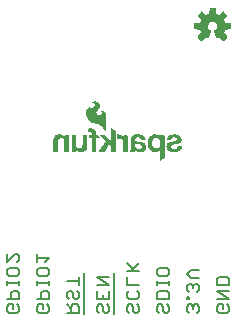
<source format=gbr>
G04 EAGLE Gerber RS-274X export*
G75*
%MOMM*%
%FSLAX34Y34*%
%LPD*%
%INSilkscreen Bottom*%
%IPPOS*%
%AMOC8*
5,1,8,0,0,1.08239X$1,22.5*%
G01*
%ADD10C,0.203200*%

G36*
X203630Y257956D02*
X203630Y257956D01*
X203738Y257966D01*
X203751Y257972D01*
X203765Y257974D01*
X203862Y258022D01*
X203961Y258067D01*
X203974Y258078D01*
X203983Y258082D01*
X203998Y258098D01*
X204075Y258160D01*
X206660Y260745D01*
X206723Y260834D01*
X206789Y260919D01*
X206794Y260932D01*
X206802Y260944D01*
X206833Y261047D01*
X206869Y261150D01*
X206869Y261164D01*
X206873Y261177D01*
X206869Y261285D01*
X206870Y261394D01*
X206865Y261407D01*
X206865Y261421D01*
X206827Y261523D01*
X206792Y261625D01*
X206783Y261640D01*
X206779Y261649D01*
X206765Y261666D01*
X206711Y261748D01*
X203947Y265138D01*
X204504Y266220D01*
X204510Y266240D01*
X204552Y266335D01*
X204923Y267494D01*
X209274Y267937D01*
X209378Y267965D01*
X209484Y267990D01*
X209496Y267997D01*
X209509Y268000D01*
X209599Y268061D01*
X209692Y268118D01*
X209700Y268129D01*
X209712Y268137D01*
X209778Y268223D01*
X209847Y268307D01*
X209851Y268320D01*
X209860Y268331D01*
X209894Y268434D01*
X209933Y268535D01*
X209934Y268553D01*
X209938Y268562D01*
X209938Y268584D01*
X209947Y268682D01*
X209947Y272338D01*
X209930Y272445D01*
X209916Y272553D01*
X209910Y272565D01*
X209908Y272579D01*
X209856Y272675D01*
X209809Y272772D01*
X209799Y272782D01*
X209793Y272794D01*
X209713Y272868D01*
X209637Y272945D01*
X209625Y272951D01*
X209615Y272961D01*
X209516Y273006D01*
X209419Y273054D01*
X209401Y273058D01*
X209392Y273062D01*
X209371Y273064D01*
X209274Y273083D01*
X204923Y273526D01*
X204552Y274685D01*
X204543Y274703D01*
X204541Y274710D01*
X204537Y274717D01*
X204504Y274800D01*
X203947Y275882D01*
X206711Y279272D01*
X206765Y279366D01*
X206822Y279458D01*
X206825Y279471D01*
X206832Y279483D01*
X206853Y279590D01*
X206878Y279695D01*
X206876Y279709D01*
X206879Y279723D01*
X206864Y279830D01*
X206854Y279938D01*
X206848Y279951D01*
X206846Y279965D01*
X206798Y280062D01*
X206753Y280161D01*
X206742Y280174D01*
X206738Y280183D01*
X206722Y280198D01*
X206660Y280275D01*
X204075Y282860D01*
X203986Y282923D01*
X203901Y282989D01*
X203888Y282994D01*
X203876Y283002D01*
X203773Y283033D01*
X203670Y283069D01*
X203656Y283069D01*
X203643Y283073D01*
X203535Y283069D01*
X203426Y283070D01*
X203413Y283065D01*
X203399Y283065D01*
X203297Y283027D01*
X203195Y282992D01*
X203180Y282983D01*
X203171Y282979D01*
X203154Y282965D01*
X203072Y282911D01*
X199682Y280147D01*
X198600Y280704D01*
X198580Y280710D01*
X198485Y280752D01*
X197326Y281123D01*
X196883Y285474D01*
X196855Y285578D01*
X196830Y285684D01*
X196823Y285696D01*
X196820Y285709D01*
X196759Y285799D01*
X196702Y285892D01*
X196691Y285900D01*
X196683Y285912D01*
X196597Y285978D01*
X196513Y286047D01*
X196500Y286051D01*
X196489Y286060D01*
X196386Y286094D01*
X196285Y286133D01*
X196267Y286134D01*
X196258Y286138D01*
X196236Y286138D01*
X196138Y286147D01*
X192482Y286147D01*
X192375Y286130D01*
X192267Y286116D01*
X192255Y286110D01*
X192241Y286108D01*
X192145Y286056D01*
X192048Y286009D01*
X192038Y285999D01*
X192026Y285993D01*
X191952Y285913D01*
X191875Y285837D01*
X191869Y285825D01*
X191859Y285815D01*
X191814Y285716D01*
X191766Y285619D01*
X191762Y285601D01*
X191758Y285592D01*
X191756Y285571D01*
X191737Y285474D01*
X191294Y281123D01*
X190135Y280752D01*
X190117Y280742D01*
X190020Y280704D01*
X188938Y280147D01*
X185548Y282911D01*
X185454Y282965D01*
X185362Y283022D01*
X185349Y283025D01*
X185337Y283032D01*
X185230Y283053D01*
X185125Y283078D01*
X185111Y283076D01*
X185097Y283079D01*
X184990Y283064D01*
X184882Y283054D01*
X184869Y283048D01*
X184856Y283046D01*
X184758Y282998D01*
X184659Y282953D01*
X184646Y282942D01*
X184637Y282938D01*
X184622Y282922D01*
X184545Y282860D01*
X181960Y280275D01*
X181897Y280186D01*
X181831Y280101D01*
X181826Y280088D01*
X181818Y280076D01*
X181787Y279973D01*
X181751Y279870D01*
X181751Y279856D01*
X181747Y279843D01*
X181751Y279735D01*
X181750Y279626D01*
X181755Y279613D01*
X181755Y279599D01*
X181793Y279497D01*
X181828Y279395D01*
X181837Y279380D01*
X181841Y279371D01*
X181855Y279354D01*
X181909Y279272D01*
X184673Y275882D01*
X184116Y274800D01*
X184110Y274780D01*
X184068Y274685D01*
X183697Y273526D01*
X179346Y273083D01*
X179242Y273055D01*
X179136Y273030D01*
X179124Y273023D01*
X179111Y273020D01*
X179021Y272959D01*
X178928Y272902D01*
X178920Y272891D01*
X178908Y272883D01*
X178842Y272797D01*
X178774Y272713D01*
X178769Y272700D01*
X178760Y272689D01*
X178726Y272586D01*
X178687Y272485D01*
X178686Y272467D01*
X178682Y272458D01*
X178683Y272436D01*
X178673Y272338D01*
X178673Y268682D01*
X178690Y268575D01*
X178704Y268467D01*
X178710Y268455D01*
X178712Y268441D01*
X178764Y268345D01*
X178811Y268248D01*
X178821Y268238D01*
X178827Y268226D01*
X178907Y268152D01*
X178983Y268075D01*
X178995Y268069D01*
X179006Y268059D01*
X179104Y268014D01*
X179201Y267966D01*
X179219Y267962D01*
X179228Y267958D01*
X179249Y267956D01*
X179346Y267937D01*
X183697Y267494D01*
X184068Y266335D01*
X184078Y266317D01*
X184116Y266220D01*
X184673Y265138D01*
X181909Y261748D01*
X181855Y261654D01*
X181798Y261562D01*
X181795Y261549D01*
X181788Y261537D01*
X181767Y261430D01*
X181742Y261325D01*
X181744Y261311D01*
X181741Y261297D01*
X181756Y261190D01*
X181766Y261082D01*
X181772Y261069D01*
X181774Y261056D01*
X181822Y260958D01*
X181867Y260859D01*
X181878Y260846D01*
X181882Y260837D01*
X181898Y260822D01*
X181960Y260745D01*
X184545Y258160D01*
X184634Y258097D01*
X184719Y258031D01*
X184732Y258026D01*
X184744Y258018D01*
X184847Y257987D01*
X184950Y257951D01*
X184964Y257951D01*
X184977Y257947D01*
X185085Y257951D01*
X185194Y257950D01*
X185207Y257955D01*
X185221Y257955D01*
X185323Y257993D01*
X185425Y258028D01*
X185440Y258037D01*
X185449Y258041D01*
X185466Y258055D01*
X185548Y258109D01*
X188938Y260873D01*
X190020Y260316D01*
X190073Y260299D01*
X190122Y260273D01*
X190188Y260262D01*
X190252Y260241D01*
X190308Y260242D01*
X190362Y260233D01*
X190429Y260244D01*
X190496Y260245D01*
X190548Y260263D01*
X190603Y260272D01*
X190663Y260304D01*
X190726Y260327D01*
X190769Y260361D01*
X190819Y260387D01*
X190865Y260436D01*
X190917Y260478D01*
X190948Y260525D01*
X190986Y260565D01*
X191042Y260670D01*
X191050Y260683D01*
X191051Y260688D01*
X191055Y260695D01*
X193208Y265892D01*
X193228Y265975D01*
X193233Y265988D01*
X193235Y266004D01*
X193260Y266089D01*
X193259Y266110D01*
X193264Y266130D01*
X193256Y266212D01*
X193257Y266231D01*
X193253Y266251D01*
X193249Y266332D01*
X193242Y266352D01*
X193240Y266373D01*
X193208Y266442D01*
X193202Y266469D01*
X193187Y266493D01*
X193161Y266560D01*
X193148Y266576D01*
X193139Y266595D01*
X193094Y266644D01*
X193074Y266676D01*
X193043Y266701D01*
X193005Y266747D01*
X192982Y266763D01*
X192972Y266773D01*
X192951Y266785D01*
X192886Y266830D01*
X192885Y266831D01*
X192884Y266832D01*
X191985Y267338D01*
X191298Y267982D01*
X190783Y268770D01*
X190471Y269658D01*
X190379Y270595D01*
X190512Y271527D01*
X190863Y272401D01*
X191412Y273166D01*
X192126Y273779D01*
X192966Y274204D01*
X193883Y274418D01*
X194824Y274408D01*
X195736Y274174D01*
X196566Y273731D01*
X197267Y273102D01*
X197799Y272325D01*
X198130Y271444D01*
X198243Y270509D01*
X198135Y269592D01*
X197815Y268724D01*
X197301Y267955D01*
X196622Y267328D01*
X195738Y266833D01*
X195696Y266800D01*
X195654Y266777D01*
X195623Y266744D01*
X195575Y266709D01*
X195563Y266693D01*
X195547Y266680D01*
X195512Y266625D01*
X195487Y266599D01*
X195474Y266569D01*
X195432Y266511D01*
X195426Y266492D01*
X195416Y266475D01*
X195397Y266400D01*
X195387Y266377D01*
X195384Y266353D01*
X195361Y266278D01*
X195362Y266258D01*
X195357Y266238D01*
X195364Y266152D01*
X195363Y266134D01*
X195366Y266118D01*
X195369Y266034D01*
X195377Y266009D01*
X195378Y265995D01*
X195388Y265973D01*
X195412Y265892D01*
X196341Y263649D01*
X196341Y263648D01*
X197272Y261401D01*
X197273Y261401D01*
X197565Y260695D01*
X197594Y260648D01*
X197615Y260596D01*
X197658Y260545D01*
X197694Y260488D01*
X197737Y260453D01*
X197773Y260410D01*
X197830Y260376D01*
X197882Y260333D01*
X197934Y260314D01*
X197982Y260285D01*
X198048Y260271D01*
X198111Y260247D01*
X198166Y260245D01*
X198220Y260234D01*
X198287Y260241D01*
X198354Y260239D01*
X198408Y260255D01*
X198463Y260262D01*
X198574Y260306D01*
X198588Y260310D01*
X198592Y260313D01*
X198600Y260316D01*
X199682Y260873D01*
X203072Y258109D01*
X203166Y258055D01*
X203258Y257998D01*
X203271Y257995D01*
X203283Y257988D01*
X203390Y257967D01*
X203495Y257942D01*
X203509Y257944D01*
X203523Y257941D01*
X203630Y257956D01*
G37*
G36*
X104125Y181439D02*
X104125Y181439D01*
X104125Y181440D01*
X104125Y194240D01*
X104125Y194241D01*
X103925Y196041D01*
X103924Y196041D01*
X103925Y196042D01*
X103725Y196642D01*
X103724Y196642D01*
X103424Y197242D01*
X103424Y197243D01*
X103124Y197743D01*
X103123Y197743D01*
X103123Y197744D01*
X102623Y198044D01*
X102223Y198344D01*
X102222Y198344D01*
X102222Y198345D01*
X101222Y198745D01*
X101221Y198744D01*
X101221Y198745D01*
X100621Y198845D01*
X100620Y198845D01*
X99820Y198845D01*
X99819Y198844D01*
X99819Y198845D01*
X99419Y198745D01*
X99220Y198745D01*
X99219Y198744D01*
X99218Y198744D01*
X99018Y198644D01*
X99017Y198644D01*
X99017Y198642D01*
X99015Y198638D01*
X99017Y198638D01*
X99016Y198636D01*
X99116Y198536D01*
X99118Y198536D01*
X99518Y198336D01*
X99518Y198335D01*
X99817Y198236D01*
X100016Y198036D01*
X100216Y197837D01*
X100416Y197538D01*
X100515Y197239D01*
X100515Y196941D01*
X100415Y196642D01*
X100216Y196243D01*
X99917Y195944D01*
X99618Y195744D01*
X99119Y195545D01*
X98620Y195445D01*
X97821Y195445D01*
X97022Y195645D01*
X96423Y196044D01*
X96024Y196543D01*
X95825Y197141D01*
X95825Y197839D01*
X96124Y198537D01*
X96824Y199337D01*
X97624Y200237D01*
X98324Y201037D01*
X98324Y201038D01*
X98824Y201938D01*
X98824Y201939D01*
X98825Y201939D01*
X99025Y202839D01*
X99025Y202840D01*
X99025Y203640D01*
X99024Y203641D01*
X99025Y203642D01*
X98725Y204542D01*
X98724Y204542D01*
X98724Y204543D01*
X98224Y205243D01*
X98223Y205243D01*
X98223Y205244D01*
X97323Y206044D01*
X97322Y206044D01*
X96222Y206644D01*
X96221Y206644D01*
X96221Y206645D01*
X95121Y206845D01*
X95120Y206845D01*
X94120Y206845D01*
X94119Y206844D01*
X94118Y206845D01*
X93218Y206545D01*
X92418Y206245D01*
X92418Y206244D01*
X91818Y205944D01*
X91817Y205944D01*
X91417Y205644D01*
X91416Y205644D01*
X91316Y205544D01*
X91316Y205542D01*
X91315Y205541D01*
X91316Y205539D01*
X91316Y205537D01*
X91318Y205537D01*
X91320Y205535D01*
X91620Y205535D01*
X91621Y205536D01*
X91622Y205535D01*
X91921Y205635D01*
X92219Y205635D01*
X92619Y205535D01*
X93118Y205435D01*
X93517Y205236D01*
X93916Y204937D01*
X94116Y204638D01*
X94215Y204338D01*
X94216Y204338D01*
X94315Y204138D01*
X94415Y203840D01*
X94315Y203542D01*
X94315Y203541D01*
X94215Y203142D01*
X94016Y202843D01*
X94016Y202842D01*
X93816Y202443D01*
X93517Y202144D01*
X93217Y201944D01*
X92817Y201644D01*
X92518Y201444D01*
X91719Y201045D01*
X91021Y201045D01*
X90722Y201145D01*
X90424Y201343D01*
X90325Y201642D01*
X90225Y201941D01*
X90225Y202740D01*
X90224Y202741D01*
X90225Y202742D01*
X90223Y202742D01*
X90221Y202745D01*
X90219Y202744D01*
X90218Y202744D01*
X89418Y202344D01*
X89417Y202343D01*
X89416Y202343D01*
X88616Y201443D01*
X87916Y200243D01*
X87916Y200242D01*
X87915Y200242D01*
X87415Y198842D01*
X87415Y198841D01*
X87115Y197241D01*
X87116Y197240D01*
X87115Y197240D01*
X87215Y195440D01*
X87216Y195439D01*
X87215Y195439D01*
X87715Y193639D01*
X87716Y193638D01*
X88716Y191838D01*
X88716Y191837D01*
X89416Y190937D01*
X89417Y190937D01*
X89416Y190936D01*
X90216Y190136D01*
X90217Y190136D01*
X91017Y189436D01*
X92017Y188836D01*
X92018Y188836D01*
X92018Y188835D01*
X93018Y188435D01*
X93019Y188436D01*
X93019Y188435D01*
X94119Y188135D01*
X95319Y187935D01*
X95320Y187935D01*
X97220Y187935D01*
X97818Y187835D01*
X98317Y187536D01*
X98817Y187136D01*
X99317Y186736D01*
X99816Y186137D01*
X99817Y186137D01*
X99816Y186136D01*
X100416Y185536D01*
X101116Y184837D01*
X101616Y184137D01*
X101617Y184137D01*
X101616Y184136D01*
X102216Y183537D01*
X102716Y182937D01*
X102717Y182937D01*
X102716Y182936D01*
X103216Y182437D01*
X103516Y182037D01*
X103517Y182037D01*
X103516Y182036D01*
X103816Y181737D01*
X104016Y181437D01*
X104019Y181436D01*
X104020Y181435D01*
X104120Y181435D01*
X104125Y181439D01*
G37*
G36*
X149821Y155937D02*
X149821Y155937D01*
X149824Y155936D01*
X150723Y156836D01*
X152223Y158036D01*
X152223Y158037D01*
X152224Y158036D01*
X153123Y158936D01*
X153623Y159336D01*
X153624Y159339D01*
X153625Y159340D01*
X153625Y177840D01*
X153622Y177843D01*
X153621Y177845D01*
X153221Y177945D01*
X152721Y178045D01*
X152720Y178045D01*
X152221Y178045D01*
X151821Y178145D01*
X151321Y178245D01*
X150921Y178345D01*
X149921Y178545D01*
X149920Y178544D01*
X149915Y178542D01*
X149916Y178541D01*
X149915Y178540D01*
X149915Y176754D01*
X149524Y177243D01*
X149524Y177244D01*
X149124Y177644D01*
X149123Y177644D01*
X148623Y178044D01*
X147623Y178644D01*
X147621Y178644D01*
X147621Y178645D01*
X146421Y178845D01*
X146420Y178845D01*
X145720Y178845D01*
X145660Y178841D01*
X145585Y178836D01*
X145511Y178831D01*
X145510Y178831D01*
X145436Y178826D01*
X145362Y178821D01*
X145361Y178821D01*
X145287Y178816D01*
X145212Y178811D01*
X145138Y178806D01*
X145063Y178801D01*
X144989Y178796D01*
X144914Y178791D01*
X144840Y178786D01*
X144765Y178781D01*
X144691Y178776D01*
X144616Y178771D01*
X144542Y178766D01*
X144467Y178761D01*
X144393Y178757D01*
X144318Y178752D01*
X144244Y178747D01*
X144243Y178747D01*
X144220Y178745D01*
X144219Y178744D01*
X144218Y178745D01*
X142818Y178245D01*
X142818Y178244D01*
X142817Y178244D01*
X141717Y177544D01*
X141717Y177543D01*
X141716Y177543D01*
X140816Y176543D01*
X140116Y175443D01*
X140116Y175442D01*
X140115Y175441D01*
X139715Y174141D01*
X139415Y172741D01*
X139415Y172740D01*
X139315Y171240D01*
X139415Y169840D01*
X139415Y169839D01*
X139715Y168539D01*
X139716Y168539D01*
X139715Y168538D01*
X140215Y167338D01*
X140216Y167338D01*
X140816Y166238D01*
X140817Y166237D01*
X140816Y166236D01*
X141716Y165336D01*
X141717Y165336D01*
X142817Y164536D01*
X142818Y164536D01*
X142818Y164535D01*
X144018Y164135D01*
X144019Y164136D01*
X144019Y164135D01*
X145519Y163935D01*
X145520Y163936D01*
X145521Y163935D01*
X147321Y164235D01*
X147321Y164236D01*
X147322Y164236D01*
X147922Y164536D01*
X147923Y164536D01*
X148923Y165136D01*
X148923Y165137D01*
X148924Y165137D01*
X149324Y165637D01*
X149722Y166135D01*
X149815Y166135D01*
X149815Y155940D01*
X149816Y155939D01*
X149816Y155937D01*
X149818Y155937D01*
X149819Y155935D01*
X149821Y155937D01*
G37*
G36*
X133821Y163935D02*
X133821Y163935D01*
X134321Y164035D01*
X134820Y164035D01*
X134821Y164036D01*
X134821Y164035D01*
X135221Y164135D01*
X135222Y164136D01*
X135222Y164135D01*
X135722Y164335D01*
X135722Y164336D01*
X136122Y164536D01*
X136123Y164536D01*
X136422Y164736D01*
X136822Y164936D01*
X136823Y164937D01*
X136824Y164936D01*
X137124Y165236D01*
X137124Y165237D01*
X137324Y165537D01*
X137624Y165937D01*
X137824Y166237D01*
X137824Y166239D01*
X137825Y166239D01*
X137925Y166738D01*
X138124Y167138D01*
X138124Y167139D01*
X138125Y167139D01*
X138125Y167140D01*
X138125Y167640D01*
X138225Y168139D01*
X138224Y168140D01*
X138225Y168141D01*
X138025Y169241D01*
X138025Y169242D01*
X137725Y170142D01*
X137724Y170142D01*
X137324Y170842D01*
X137323Y170843D01*
X137323Y170844D01*
X136623Y171444D01*
X136622Y171444D01*
X135922Y171844D01*
X135922Y171845D01*
X135122Y172145D01*
X135121Y172145D01*
X134321Y172345D01*
X131621Y172645D01*
X130921Y172745D01*
X130221Y172945D01*
X129622Y173145D01*
X129123Y173444D01*
X128825Y173842D01*
X128825Y174939D01*
X129124Y175537D01*
X129224Y175636D01*
X129224Y175638D01*
X129324Y175836D01*
X129921Y176135D01*
X130120Y176135D01*
X130121Y176136D01*
X130122Y176136D01*
X130321Y176235D01*
X132119Y176235D01*
X133117Y175736D01*
X133516Y175337D01*
X133615Y175138D01*
X133715Y174838D01*
X133716Y174838D01*
X133815Y174639D01*
X133815Y174140D01*
X133819Y174135D01*
X133820Y174135D01*
X137720Y174135D01*
X137721Y174136D01*
X137725Y174139D01*
X137724Y174140D01*
X137725Y174140D01*
X137725Y174141D01*
X137525Y175341D01*
X137524Y175341D01*
X137525Y175342D01*
X137325Y175942D01*
X137324Y175942D01*
X137324Y175943D01*
X137024Y176343D01*
X136724Y176843D01*
X136424Y177243D01*
X136423Y177243D01*
X136423Y177244D01*
X136023Y177544D01*
X135023Y178144D01*
X135022Y178144D01*
X135022Y178145D01*
X134522Y178345D01*
X134521Y178344D01*
X134521Y178345D01*
X134021Y178445D01*
X133422Y178645D01*
X133421Y178645D01*
X132821Y178745D01*
X132321Y178845D01*
X132320Y178845D01*
X130020Y178845D01*
X130019Y178845D01*
X129520Y178745D01*
X128920Y178745D01*
X128919Y178745D01*
X128419Y178645D01*
X128419Y178644D01*
X128418Y178645D01*
X127919Y178445D01*
X127419Y178345D01*
X127419Y178344D01*
X127418Y178345D01*
X126918Y178145D01*
X126918Y178144D01*
X126917Y178144D01*
X125717Y177244D01*
X125717Y177243D01*
X125716Y177243D01*
X125416Y176843D01*
X125416Y176842D01*
X125216Y176442D01*
X125215Y176442D01*
X125015Y175942D01*
X125016Y175941D01*
X125015Y175941D01*
X124915Y175441D01*
X124915Y175440D01*
X124915Y166741D01*
X124816Y166542D01*
X124816Y166541D01*
X124815Y166540D01*
X124815Y165641D01*
X124716Y165442D01*
X124715Y165441D01*
X124716Y165441D01*
X124715Y165440D01*
X124715Y165241D01*
X124616Y165042D01*
X124616Y165041D01*
X124615Y165040D01*
X124615Y164741D01*
X124516Y164543D01*
X124416Y164444D01*
X124416Y164441D01*
X124415Y164440D01*
X124415Y164340D01*
X124419Y164335D01*
X124420Y164335D01*
X128320Y164335D01*
X128325Y164339D01*
X128325Y164340D01*
X128325Y164438D01*
X128424Y164536D01*
X128424Y164539D01*
X128425Y164540D01*
X128425Y164638D01*
X128524Y164736D01*
X128524Y164738D01*
X128525Y164739D01*
X128525Y164740D01*
X128525Y165038D01*
X128624Y165136D01*
X128624Y165139D01*
X128625Y165140D01*
X128625Y165724D01*
X128816Y165437D01*
X128817Y165437D01*
X128817Y165436D01*
X129117Y165236D01*
X129316Y165036D01*
X129317Y165036D01*
X129617Y164836D01*
X129618Y164836D01*
X129618Y164835D01*
X129918Y164736D01*
X130217Y164536D01*
X130218Y164536D01*
X130218Y164535D01*
X131418Y164135D01*
X131419Y164136D01*
X131420Y164135D01*
X131719Y164135D01*
X132018Y164035D01*
X132019Y164036D01*
X132020Y164035D01*
X132419Y164035D01*
X132718Y163935D01*
X132719Y163936D01*
X132720Y163935D01*
X133820Y163935D01*
X133821Y163935D01*
G37*
G36*
X102822Y164337D02*
X102822Y164337D01*
X102824Y164337D01*
X106721Y170632D01*
X108215Y169238D01*
X108215Y164340D01*
X108219Y164335D01*
X108220Y164335D01*
X112120Y164335D01*
X112125Y164339D01*
X112125Y164340D01*
X112125Y181740D01*
X112123Y181742D01*
X112122Y181744D01*
X108222Y183844D01*
X108221Y183844D01*
X108221Y183845D01*
X108219Y183844D01*
X108216Y183843D01*
X108216Y183841D01*
X108215Y183840D01*
X108215Y173452D01*
X103324Y178543D01*
X103321Y178544D01*
X103320Y178545D01*
X98720Y178545D01*
X98719Y178544D01*
X98717Y178544D01*
X98717Y178542D01*
X98715Y178541D01*
X98717Y178539D01*
X98717Y178536D01*
X104014Y173339D01*
X98116Y164343D01*
X98116Y164341D01*
X98115Y164341D01*
X98116Y164339D01*
X98117Y164336D01*
X98119Y164337D01*
X98120Y164335D01*
X102820Y164335D01*
X102822Y164337D01*
G37*
G36*
X63325Y164339D02*
X63325Y164339D01*
X63325Y164340D01*
X63325Y172340D01*
X63425Y173139D01*
X63525Y173839D01*
X63625Y174438D01*
X63924Y174937D01*
X64223Y175336D01*
X64722Y175635D01*
X65221Y175735D01*
X65820Y175835D01*
X66619Y175735D01*
X67218Y175635D01*
X67717Y175336D01*
X68116Y174837D01*
X68416Y174338D01*
X68715Y173639D01*
X68815Y172739D01*
X68815Y164340D01*
X68819Y164335D01*
X68820Y164335D01*
X72720Y164335D01*
X72725Y164339D01*
X72725Y164340D01*
X72725Y178540D01*
X72721Y178545D01*
X72720Y178545D01*
X69020Y178545D01*
X69015Y178541D01*
X69015Y178540D01*
X69015Y176545D01*
X68923Y176545D01*
X68524Y177143D01*
X68524Y177144D01*
X68124Y177544D01*
X68123Y177544D01*
X67623Y177944D01*
X67023Y178344D01*
X67022Y178344D01*
X67022Y178345D01*
X65822Y178745D01*
X65821Y178745D01*
X65221Y178845D01*
X65220Y178845D01*
X64620Y178845D01*
X64603Y178844D01*
X64533Y178839D01*
X64464Y178834D01*
X64394Y178829D01*
X64325Y178824D01*
X64255Y178819D01*
X64186Y178814D01*
X64116Y178809D01*
X64047Y178804D01*
X64046Y178804D01*
X63977Y178799D01*
X63907Y178794D01*
X63838Y178789D01*
X63768Y178784D01*
X63699Y178779D01*
X63629Y178774D01*
X63560Y178769D01*
X63490Y178764D01*
X63420Y178759D01*
X63351Y178754D01*
X63281Y178749D01*
X63220Y178745D01*
X63219Y178745D01*
X62119Y178445D01*
X62118Y178444D01*
X61218Y177944D01*
X61217Y177943D01*
X61216Y177944D01*
X60516Y177244D01*
X60516Y177243D01*
X60016Y176443D01*
X60016Y176442D01*
X60015Y176441D01*
X59715Y175441D01*
X59515Y174341D01*
X59515Y174340D01*
X59415Y173040D01*
X59415Y164340D01*
X59419Y164335D01*
X59420Y164335D01*
X63320Y164335D01*
X63325Y164339D01*
G37*
G36*
X84320Y164035D02*
X84320Y164035D01*
X84321Y164036D01*
X84322Y164035D01*
X85422Y164435D01*
X85422Y164436D01*
X86322Y164936D01*
X86323Y164936D01*
X87023Y165536D01*
X87023Y165537D01*
X87024Y165538D01*
X87524Y166438D01*
X87525Y166439D01*
X87825Y167439D01*
X88025Y168539D01*
X88025Y168540D01*
X88025Y178540D01*
X88021Y178545D01*
X88020Y178545D01*
X84220Y178545D01*
X84215Y178541D01*
X84215Y178540D01*
X84215Y170540D01*
X84015Y168941D01*
X83915Y168342D01*
X83616Y167943D01*
X83317Y167544D01*
X82818Y167245D01*
X82319Y167145D01*
X81720Y167045D01*
X80921Y167145D01*
X80322Y167245D01*
X79823Y167544D01*
X79424Y167943D01*
X79125Y168542D01*
X78825Y169241D01*
X78725Y170040D01*
X78725Y178540D01*
X78721Y178545D01*
X78720Y178545D01*
X74820Y178545D01*
X74815Y178541D01*
X74815Y178540D01*
X74815Y164340D01*
X74819Y164335D01*
X74820Y164335D01*
X78520Y164335D01*
X78525Y164339D01*
X78525Y164340D01*
X78525Y166335D01*
X78617Y166335D01*
X79016Y165737D01*
X79416Y165237D01*
X79417Y165237D01*
X79417Y165236D01*
X79917Y164836D01*
X79918Y164836D01*
X80518Y164536D01*
X80518Y164535D01*
X81018Y164335D01*
X81618Y164135D01*
X81619Y164136D01*
X81619Y164135D01*
X82319Y164035D01*
X82919Y163935D01*
X82920Y163936D01*
X82920Y163935D01*
X84320Y164035D01*
G37*
G36*
X162920Y164035D02*
X162920Y164035D01*
X162921Y164035D01*
X164121Y164235D01*
X165221Y164535D01*
X165222Y164536D01*
X166222Y165036D01*
X166223Y165036D01*
X167023Y165736D01*
X167023Y165737D01*
X167024Y165737D01*
X167724Y166637D01*
X167724Y166638D01*
X167725Y166638D01*
X168125Y167638D01*
X168124Y167639D01*
X168125Y167639D01*
X168325Y168939D01*
X168325Y168940D01*
X168321Y168945D01*
X168321Y168944D01*
X168320Y168945D01*
X164620Y168945D01*
X164615Y168941D01*
X164615Y168940D01*
X164615Y168341D01*
X164416Y167843D01*
X164116Y167444D01*
X163717Y167144D01*
X163318Y166845D01*
X162719Y166745D01*
X162219Y166645D01*
X161620Y166545D01*
X161221Y166645D01*
X161220Y166644D01*
X161220Y166645D01*
X160821Y166645D01*
X160422Y166745D01*
X160023Y166944D01*
X159623Y167244D01*
X159325Y167543D01*
X159225Y167941D01*
X159125Y168340D01*
X159225Y168738D01*
X159424Y169137D01*
X159823Y169436D01*
X160322Y169735D01*
X160921Y169935D01*
X162521Y170335D01*
X163521Y170535D01*
X164421Y170735D01*
X164421Y170736D01*
X164422Y170735D01*
X165222Y171035D01*
X165922Y171335D01*
X165922Y171336D01*
X166622Y171736D01*
X166623Y171736D01*
X167223Y172136D01*
X167223Y172137D01*
X167224Y172137D01*
X167624Y172737D01*
X167624Y172738D01*
X167625Y172738D01*
X167925Y173438D01*
X167924Y173439D01*
X167925Y173439D01*
X168025Y174339D01*
X168025Y174340D01*
X167925Y175540D01*
X167924Y175541D01*
X167925Y175542D01*
X167525Y176542D01*
X167524Y176542D01*
X167524Y176543D01*
X166824Y177343D01*
X166823Y177343D01*
X166823Y177344D01*
X166123Y177944D01*
X166122Y177944D01*
X165122Y178444D01*
X165121Y178444D01*
X165121Y178445D01*
X164121Y178645D01*
X163021Y178845D01*
X163020Y178845D01*
X160720Y178845D01*
X160719Y178845D01*
X159619Y178645D01*
X158619Y178345D01*
X158618Y178344D01*
X158618Y178345D01*
X157718Y177945D01*
X157718Y177944D01*
X157717Y177944D01*
X156917Y177344D01*
X156917Y177343D01*
X156916Y177343D01*
X156316Y176543D01*
X156316Y176542D01*
X155816Y175542D01*
X155816Y175541D01*
X155815Y175541D01*
X155615Y174341D01*
X155616Y174340D01*
X155619Y174335D01*
X155619Y174336D01*
X155620Y174335D01*
X159320Y174335D01*
X159324Y174338D01*
X159325Y174339D01*
X159425Y174839D01*
X159624Y175338D01*
X159824Y175636D01*
X160122Y175836D01*
X160522Y176036D01*
X161021Y176235D01*
X162719Y176235D01*
X163018Y176135D01*
X163019Y176135D01*
X163419Y176035D01*
X163717Y175936D01*
X164115Y175338D01*
X164115Y174941D01*
X164015Y174542D01*
X163716Y174144D01*
X163317Y173844D01*
X162718Y173545D01*
X162119Y173345D01*
X161319Y173245D01*
X158919Y172645D01*
X158019Y172445D01*
X158018Y172444D01*
X156618Y171644D01*
X156617Y171644D01*
X156017Y171144D01*
X156017Y171143D01*
X156016Y171143D01*
X155616Y170543D01*
X155616Y170542D01*
X155615Y170542D01*
X155315Y169842D01*
X155316Y169841D01*
X155315Y169841D01*
X155215Y168941D01*
X155216Y168940D01*
X155215Y168939D01*
X155415Y167639D01*
X155416Y167639D01*
X155415Y167638D01*
X155815Y166538D01*
X155816Y166538D01*
X155816Y166537D01*
X156416Y165737D01*
X156417Y165737D01*
X156417Y165736D01*
X157217Y165036D01*
X157218Y165036D01*
X158218Y164536D01*
X158219Y164535D01*
X159319Y164235D01*
X160519Y164035D01*
X160520Y164035D01*
X161720Y163935D01*
X162920Y164035D01*
G37*
G36*
X95725Y164339D02*
X95725Y164339D01*
X95725Y164340D01*
X95725Y175935D01*
X99620Y175935D01*
X99622Y175936D01*
X99624Y175937D01*
X99623Y175938D01*
X99625Y175939D01*
X99623Y175941D01*
X99623Y175944D01*
X99223Y176244D01*
X97624Y177844D01*
X97623Y177844D01*
X97224Y178144D01*
X96924Y178543D01*
X96921Y178544D01*
X96920Y178545D01*
X95725Y178545D01*
X95725Y180540D01*
X95724Y180541D01*
X95725Y180542D01*
X95425Y181342D01*
X95125Y182042D01*
X95124Y182042D01*
X95124Y182043D01*
X94624Y182643D01*
X94623Y182643D01*
X94623Y182644D01*
X93923Y183144D01*
X93922Y183144D01*
X93122Y183544D01*
X93121Y183545D01*
X92121Y183845D01*
X92121Y183844D01*
X92120Y183845D01*
X89220Y183845D01*
X89219Y183844D01*
X89218Y183844D01*
X89018Y183744D01*
X89017Y183741D01*
X89015Y183740D01*
X89015Y180940D01*
X89019Y180935D01*
X89020Y180935D01*
X90719Y180935D01*
X91118Y180835D01*
X91517Y180636D01*
X91716Y180338D01*
X91815Y180139D01*
X91815Y179740D01*
X91816Y179739D01*
X91815Y179739D01*
X91915Y179339D01*
X91915Y178545D01*
X89220Y178545D01*
X89215Y178541D01*
X89215Y178540D01*
X89215Y175940D01*
X89219Y175935D01*
X89220Y175935D01*
X91915Y175935D01*
X91915Y164340D01*
X91919Y164335D01*
X91920Y164335D01*
X95720Y164335D01*
X95725Y164339D01*
G37*
G36*
X122725Y164339D02*
X122725Y164339D01*
X122725Y164340D01*
X122725Y177840D01*
X122722Y177844D01*
X122721Y177845D01*
X122221Y177945D01*
X121821Y178045D01*
X121820Y178044D01*
X121820Y178045D01*
X121320Y178045D01*
X120821Y178145D01*
X120421Y178245D01*
X119921Y178345D01*
X119421Y178445D01*
X119021Y178545D01*
X119020Y178544D01*
X119015Y178542D01*
X119016Y178541D01*
X119015Y178540D01*
X119015Y175859D01*
X118624Y176542D01*
X118624Y176543D01*
X118224Y177043D01*
X117724Y177643D01*
X117723Y177643D01*
X117723Y177644D01*
X117223Y178044D01*
X117222Y178044D01*
X116522Y178444D01*
X116522Y178445D01*
X115922Y178645D01*
X115921Y178645D01*
X115221Y178845D01*
X115221Y178844D01*
X115220Y178845D01*
X113820Y178845D01*
X113818Y178843D01*
X113816Y178844D01*
X113718Y178745D01*
X113620Y178745D01*
X113615Y178741D01*
X113615Y178740D01*
X113615Y175140D01*
X113619Y175135D01*
X113620Y175135D01*
X113720Y175135D01*
X113721Y175136D01*
X113722Y175136D01*
X113921Y175235D01*
X115020Y175235D01*
X116019Y175135D01*
X116818Y174935D01*
X117517Y174536D01*
X118016Y173937D01*
X118415Y173238D01*
X118615Y172539D01*
X118815Y171639D01*
X118815Y164340D01*
X118819Y164335D01*
X118820Y164335D01*
X122720Y164335D01*
X122725Y164339D01*
G37*
%LPC*%
G36*
X145721Y167045D02*
X145721Y167045D01*
X144922Y167245D01*
X144324Y167744D01*
X143924Y168243D01*
X143625Y168942D01*
X143325Y169741D01*
X143225Y170540D01*
X143225Y172240D01*
X143325Y173039D01*
X143625Y173838D01*
X143924Y174537D01*
X144423Y175136D01*
X145022Y175536D01*
X145721Y175835D01*
X146620Y175935D01*
X147419Y175835D01*
X148217Y175536D01*
X148717Y175136D01*
X149216Y174537D01*
X149515Y173838D01*
X149815Y173039D01*
X149915Y172240D01*
X149915Y170541D01*
X149715Y169741D01*
X149515Y168942D01*
X149216Y168243D01*
X148717Y167744D01*
X148118Y167244D01*
X147419Y167045D01*
X146520Y166945D01*
X145721Y167045D01*
G37*
%LPD*%
%LPC*%
G36*
X131920Y166545D02*
X131920Y166545D01*
X131421Y166645D01*
X131420Y166645D01*
X130921Y166645D01*
X130522Y166844D01*
X130521Y166845D01*
X130122Y166945D01*
X129823Y167144D01*
X129624Y167343D01*
X129424Y167643D01*
X129424Y167644D01*
X129224Y167843D01*
X129125Y168142D01*
X129025Y168442D01*
X129024Y168442D01*
X128925Y168642D01*
X128825Y168941D01*
X128825Y171228D01*
X129016Y171036D01*
X129019Y171036D01*
X129020Y171035D01*
X129219Y171035D01*
X129618Y170836D01*
X129619Y170836D01*
X129620Y170835D01*
X129819Y170835D01*
X130018Y170736D01*
X130019Y170736D01*
X130020Y170735D01*
X130419Y170735D01*
X130618Y170636D01*
X130619Y170636D01*
X130620Y170635D01*
X130819Y170635D01*
X131118Y170535D01*
X131119Y170536D01*
X131120Y170535D01*
X131519Y170535D01*
X131818Y170435D01*
X131819Y170436D01*
X131820Y170435D01*
X132219Y170435D01*
X132418Y170336D01*
X132419Y170336D01*
X132420Y170335D01*
X132619Y170335D01*
X132918Y170235D01*
X133117Y170136D01*
X133216Y170036D01*
X133218Y170036D01*
X133617Y169836D01*
X133716Y169736D01*
X133718Y169736D01*
X133916Y169636D01*
X134215Y169039D01*
X134215Y168840D01*
X134216Y168839D01*
X134216Y168838D01*
X134315Y168639D01*
X134315Y168141D01*
X134215Y167842D01*
X134215Y167841D01*
X134216Y167841D01*
X134215Y167840D01*
X134215Y167641D01*
X134116Y167443D01*
X134016Y167344D01*
X134016Y167342D01*
X133916Y167144D01*
X133718Y167044D01*
X133717Y167043D01*
X133716Y167044D01*
X133617Y166944D01*
X133219Y166745D01*
X133020Y166745D01*
X133019Y166744D01*
X133018Y166744D01*
X132819Y166645D01*
X132620Y166645D01*
X132619Y166644D01*
X132618Y166644D01*
X132419Y166545D01*
X131920Y166545D01*
G37*
%LPD*%
D10*
X181364Y27686D02*
X183143Y29466D01*
X183143Y33025D01*
X181364Y34804D01*
X179584Y34804D01*
X177805Y33025D01*
X177805Y31245D01*
X177805Y33025D02*
X176025Y34804D01*
X174246Y34804D01*
X172466Y33025D01*
X172466Y29466D01*
X174246Y27686D01*
X174246Y39380D02*
X172466Y39380D01*
X174246Y39380D02*
X174246Y41159D01*
X172466Y41159D01*
X172466Y39380D01*
X181364Y45227D02*
X183143Y47006D01*
X183143Y50566D01*
X181364Y52345D01*
X179584Y52345D01*
X177805Y50566D01*
X177805Y48786D01*
X177805Y50566D02*
X176025Y52345D01*
X174246Y52345D01*
X172466Y50566D01*
X172466Y47006D01*
X174246Y45227D01*
X176025Y56921D02*
X183143Y56921D01*
X176025Y56921D02*
X172466Y60480D01*
X176025Y64039D01*
X183143Y64039D01*
X206764Y34804D02*
X208543Y33025D01*
X208543Y29466D01*
X206764Y27686D01*
X199646Y27686D01*
X197866Y29466D01*
X197866Y33025D01*
X199646Y34804D01*
X203205Y34804D01*
X203205Y31245D01*
X208543Y39380D02*
X197866Y39380D01*
X197866Y46498D02*
X208543Y39380D01*
X208543Y46498D02*
X197866Y46498D01*
X197866Y51074D02*
X208543Y51074D01*
X197866Y51074D02*
X197866Y56413D01*
X199646Y58192D01*
X206764Y58192D01*
X208543Y56413D01*
X208543Y51074D01*
X157743Y33025D02*
X155964Y34804D01*
X157743Y33025D02*
X157743Y29466D01*
X155964Y27686D01*
X154184Y27686D01*
X152405Y29466D01*
X152405Y33025D01*
X150625Y34804D01*
X148846Y34804D01*
X147066Y33025D01*
X147066Y29466D01*
X148846Y27686D01*
X147066Y39380D02*
X157743Y39380D01*
X147066Y39380D02*
X147066Y44719D01*
X148846Y46498D01*
X155964Y46498D01*
X157743Y44719D01*
X157743Y39380D01*
X147066Y51074D02*
X147066Y54633D01*
X147066Y52853D02*
X157743Y52853D01*
X157743Y51074D02*
X157743Y54633D01*
X157743Y60649D02*
X157743Y64208D01*
X157743Y60649D02*
X155964Y58870D01*
X148846Y58870D01*
X147066Y60649D01*
X147066Y64208D01*
X148846Y65988D01*
X155964Y65988D01*
X157743Y64208D01*
X130564Y34804D02*
X132343Y33025D01*
X132343Y29466D01*
X130564Y27686D01*
X128784Y27686D01*
X127005Y29466D01*
X127005Y33025D01*
X125225Y34804D01*
X123446Y34804D01*
X121666Y33025D01*
X121666Y29466D01*
X123446Y27686D01*
X132343Y44719D02*
X130564Y46498D01*
X132343Y44719D02*
X132343Y41159D01*
X130564Y39380D01*
X123446Y39380D01*
X121666Y41159D01*
X121666Y44719D01*
X123446Y46498D01*
X121666Y51074D02*
X132343Y51074D01*
X121666Y51074D02*
X121666Y58192D01*
X121666Y62768D02*
X132343Y62768D01*
X125225Y62768D02*
X132343Y69886D01*
X127005Y64547D02*
X121666Y69886D01*
X110998Y61752D02*
X110998Y26670D01*
X106943Y33025D02*
X105164Y34804D01*
X106943Y33025D02*
X106943Y29466D01*
X105164Y27686D01*
X103384Y27686D01*
X101605Y29466D01*
X101605Y33025D01*
X99825Y34804D01*
X98046Y34804D01*
X96266Y33025D01*
X96266Y29466D01*
X98046Y27686D01*
X106943Y39380D02*
X106943Y46498D01*
X106943Y39380D02*
X96266Y39380D01*
X96266Y46498D01*
X101605Y42939D02*
X101605Y39380D01*
X106943Y51074D02*
X96266Y51074D01*
X96266Y58192D02*
X106943Y51074D01*
X106943Y58192D02*
X96266Y58192D01*
X85598Y61752D02*
X85598Y26670D01*
X81543Y27686D02*
X70866Y27686D01*
X81543Y27686D02*
X81543Y33025D01*
X79764Y34804D01*
X76205Y34804D01*
X74425Y33025D01*
X74425Y27686D01*
X74425Y31245D02*
X70866Y34804D01*
X81543Y44719D02*
X79764Y46498D01*
X81543Y44719D02*
X81543Y41159D01*
X79764Y39380D01*
X77984Y39380D01*
X76205Y41159D01*
X76205Y44719D01*
X74425Y46498D01*
X72646Y46498D01*
X70866Y44719D01*
X70866Y41159D01*
X72646Y39380D01*
X70866Y54633D02*
X81543Y54633D01*
X81543Y51074D02*
X81543Y58192D01*
X56143Y33025D02*
X54364Y34804D01*
X56143Y33025D02*
X56143Y29466D01*
X54364Y27686D01*
X47246Y27686D01*
X45466Y29466D01*
X45466Y33025D01*
X47246Y34804D01*
X50805Y34804D01*
X50805Y31245D01*
X56143Y39380D02*
X45466Y39380D01*
X56143Y39380D02*
X56143Y44719D01*
X54364Y46498D01*
X50805Y46498D01*
X49025Y44719D01*
X49025Y39380D01*
X45466Y51074D02*
X45466Y54633D01*
X45466Y52853D02*
X56143Y52853D01*
X56143Y51074D02*
X56143Y54633D01*
X56143Y60649D02*
X56143Y64208D01*
X56143Y60649D02*
X54364Y58870D01*
X47246Y58870D01*
X45466Y60649D01*
X45466Y64208D01*
X47246Y65988D01*
X54364Y65988D01*
X56143Y64208D01*
X52584Y70564D02*
X56143Y74123D01*
X45466Y74123D01*
X45466Y70564D02*
X45466Y77682D01*
X28964Y34804D02*
X30743Y33025D01*
X30743Y29466D01*
X28964Y27686D01*
X21846Y27686D01*
X20066Y29466D01*
X20066Y33025D01*
X21846Y34804D01*
X25405Y34804D01*
X25405Y31245D01*
X30743Y39380D02*
X20066Y39380D01*
X30743Y39380D02*
X30743Y44719D01*
X28964Y46498D01*
X25405Y46498D01*
X23625Y44719D01*
X23625Y39380D01*
X20066Y51074D02*
X20066Y54633D01*
X20066Y52853D02*
X30743Y52853D01*
X30743Y51074D02*
X30743Y54633D01*
X30743Y60649D02*
X30743Y64208D01*
X30743Y60649D02*
X28964Y58870D01*
X21846Y58870D01*
X20066Y60649D01*
X20066Y64208D01*
X21846Y65988D01*
X28964Y65988D01*
X30743Y64208D01*
X20066Y70564D02*
X20066Y77682D01*
X20066Y70564D02*
X27184Y77682D01*
X28964Y77682D01*
X30743Y75902D01*
X30743Y72343D01*
X28964Y70564D01*
M02*

</source>
